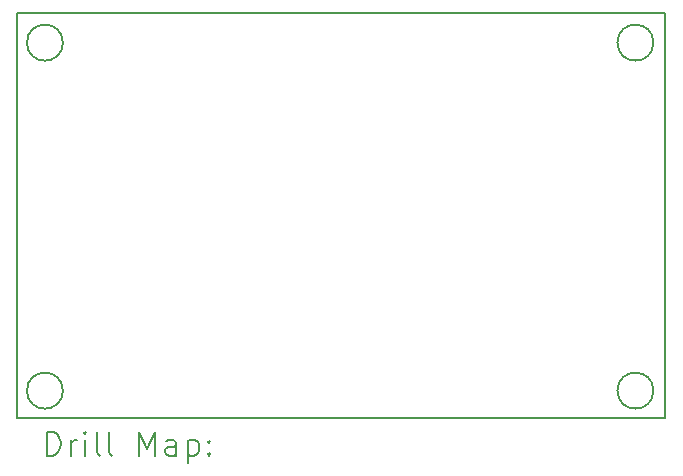
<source format=gbr>
%TF.GenerationSoftware,KiCad,Pcbnew,8.0.3*%
%TF.CreationDate,2024-06-12T19:29:22-06:00*%
%TF.ProjectId,CutMachine_PCB,4375744d-6163-4686-996e-655f5043422e,rev?*%
%TF.SameCoordinates,Original*%
%TF.FileFunction,Drillmap*%
%TF.FilePolarity,Positive*%
%FSLAX45Y45*%
G04 Gerber Fmt 4.5, Leading zero omitted, Abs format (unit mm)*
G04 Created by KiCad (PCBNEW 8.0.3) date 2024-06-12 19:29:22*
%MOMM*%
%LPD*%
G01*
G04 APERTURE LIST*
%ADD10C,0.200000*%
G04 APERTURE END LIST*
D10*
X13030200Y-11379200D02*
G75*
G02*
X12725400Y-11379200I-152400J0D01*
G01*
X12725400Y-11379200D02*
G75*
G02*
X13030200Y-11379200I152400J0D01*
G01*
X8030200Y-11379200D02*
G75*
G02*
X7725400Y-11379200I-152400J0D01*
G01*
X7725400Y-11379200D02*
G75*
G02*
X8030200Y-11379200I152400J0D01*
G01*
X13030200Y-8432800D02*
G75*
G02*
X12725400Y-8432800I-152400J0D01*
G01*
X12725400Y-8432800D02*
G75*
G02*
X13030200Y-8432800I152400J0D01*
G01*
X8030200Y-8432800D02*
G75*
G02*
X7725400Y-8432800I-152400J0D01*
G01*
X7725400Y-8432800D02*
G75*
G02*
X8030200Y-8432800I152400J0D01*
G01*
X7645400Y-8178800D02*
X13131800Y-8178800D01*
X13131800Y-11607800D01*
X7645400Y-11607800D01*
X7645400Y-8178800D01*
X7896177Y-11929284D02*
X7896177Y-11729284D01*
X7896177Y-11729284D02*
X7943796Y-11729284D01*
X7943796Y-11729284D02*
X7972367Y-11738808D01*
X7972367Y-11738808D02*
X7991415Y-11757855D01*
X7991415Y-11757855D02*
X8000939Y-11776903D01*
X8000939Y-11776903D02*
X8010462Y-11814998D01*
X8010462Y-11814998D02*
X8010462Y-11843569D01*
X8010462Y-11843569D02*
X8000939Y-11881665D01*
X8000939Y-11881665D02*
X7991415Y-11900712D01*
X7991415Y-11900712D02*
X7972367Y-11919760D01*
X7972367Y-11919760D02*
X7943796Y-11929284D01*
X7943796Y-11929284D02*
X7896177Y-11929284D01*
X8096177Y-11929284D02*
X8096177Y-11795950D01*
X8096177Y-11834046D02*
X8105701Y-11814998D01*
X8105701Y-11814998D02*
X8115224Y-11805474D01*
X8115224Y-11805474D02*
X8134272Y-11795950D01*
X8134272Y-11795950D02*
X8153320Y-11795950D01*
X8219986Y-11929284D02*
X8219986Y-11795950D01*
X8219986Y-11729284D02*
X8210462Y-11738808D01*
X8210462Y-11738808D02*
X8219986Y-11748331D01*
X8219986Y-11748331D02*
X8229510Y-11738808D01*
X8229510Y-11738808D02*
X8219986Y-11729284D01*
X8219986Y-11729284D02*
X8219986Y-11748331D01*
X8343796Y-11929284D02*
X8324748Y-11919760D01*
X8324748Y-11919760D02*
X8315224Y-11900712D01*
X8315224Y-11900712D02*
X8315224Y-11729284D01*
X8448558Y-11929284D02*
X8429510Y-11919760D01*
X8429510Y-11919760D02*
X8419986Y-11900712D01*
X8419986Y-11900712D02*
X8419986Y-11729284D01*
X8677129Y-11929284D02*
X8677129Y-11729284D01*
X8677129Y-11729284D02*
X8743796Y-11872141D01*
X8743796Y-11872141D02*
X8810463Y-11729284D01*
X8810463Y-11729284D02*
X8810463Y-11929284D01*
X8991415Y-11929284D02*
X8991415Y-11824522D01*
X8991415Y-11824522D02*
X8981891Y-11805474D01*
X8981891Y-11805474D02*
X8962844Y-11795950D01*
X8962844Y-11795950D02*
X8924748Y-11795950D01*
X8924748Y-11795950D02*
X8905701Y-11805474D01*
X8991415Y-11919760D02*
X8972367Y-11929284D01*
X8972367Y-11929284D02*
X8924748Y-11929284D01*
X8924748Y-11929284D02*
X8905701Y-11919760D01*
X8905701Y-11919760D02*
X8896177Y-11900712D01*
X8896177Y-11900712D02*
X8896177Y-11881665D01*
X8896177Y-11881665D02*
X8905701Y-11862617D01*
X8905701Y-11862617D02*
X8924748Y-11853093D01*
X8924748Y-11853093D02*
X8972367Y-11853093D01*
X8972367Y-11853093D02*
X8991415Y-11843569D01*
X9086653Y-11795950D02*
X9086653Y-11995950D01*
X9086653Y-11805474D02*
X9105701Y-11795950D01*
X9105701Y-11795950D02*
X9143796Y-11795950D01*
X9143796Y-11795950D02*
X9162844Y-11805474D01*
X9162844Y-11805474D02*
X9172367Y-11814998D01*
X9172367Y-11814998D02*
X9181891Y-11834046D01*
X9181891Y-11834046D02*
X9181891Y-11891188D01*
X9181891Y-11891188D02*
X9172367Y-11910236D01*
X9172367Y-11910236D02*
X9162844Y-11919760D01*
X9162844Y-11919760D02*
X9143796Y-11929284D01*
X9143796Y-11929284D02*
X9105701Y-11929284D01*
X9105701Y-11929284D02*
X9086653Y-11919760D01*
X9267605Y-11910236D02*
X9277129Y-11919760D01*
X9277129Y-11919760D02*
X9267605Y-11929284D01*
X9267605Y-11929284D02*
X9258082Y-11919760D01*
X9258082Y-11919760D02*
X9267605Y-11910236D01*
X9267605Y-11910236D02*
X9267605Y-11929284D01*
X9267605Y-11805474D02*
X9277129Y-11814998D01*
X9277129Y-11814998D02*
X9267605Y-11824522D01*
X9267605Y-11824522D02*
X9258082Y-11814998D01*
X9258082Y-11814998D02*
X9267605Y-11805474D01*
X9267605Y-11805474D02*
X9267605Y-11824522D01*
M02*

</source>
